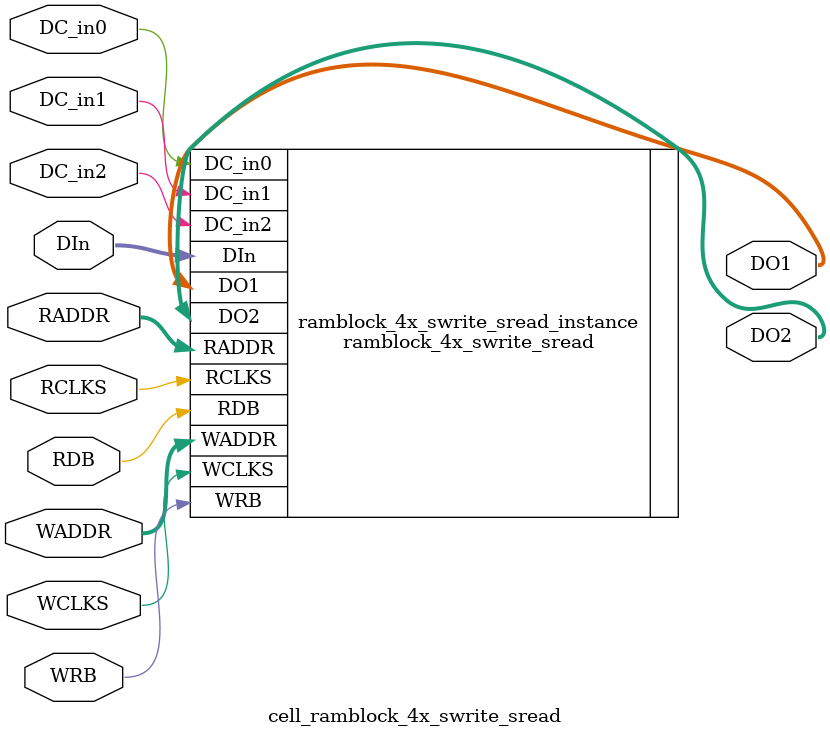
<source format=v>
module cell_ramblock_4x_swrite_sread (
	DIn,
	RADDR,
	WADDR,
	RDB,
	WRB,
	RCLKS,
	WCLKS,
	DC_in0,
	DC_in1,
	DC_in2,
	DO1,
	DO2 );

	input [8:0] DIn;
	input [7:0] RADDR;
	input [7:0] WADDR;
	input RDB;
	input WRB;
	input RCLKS;
	input WCLKS;
	input DC_in0;
	input DC_in1;
	input DC_in2;
	output [8:0] DO1;
	output [8:0] DO2;

	ramblock_4x_swrite_sread ramblock_4x_swrite_sread_instance (
		.DIn(DIn),
		.RADDR(RADDR),
		.WADDR(WADDR),
		.RDB(RDB),
		.WRB(WRB),
		.RCLKS(RCLKS),
		.WCLKS(WCLKS),
		.DC_in0(DC_in0),
		.DC_in1(DC_in1),
		.DC_in2(DC_in2),
		.DO1(DO1),
		.DO2(DO2)
	);

endmodule

</source>
